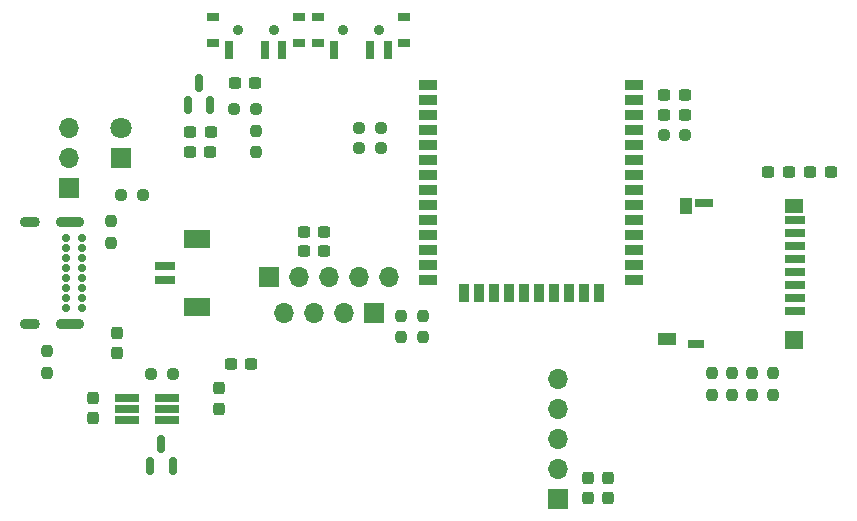
<source format=gbr>
%TF.GenerationSoftware,KiCad,Pcbnew,7.0.2-1.fc38*%
%TF.CreationDate,2023-06-09T15:19:37+02:00*%
%TF.ProjectId,gps_compass,6770735f-636f-46d7-9061-73732e6b6963,rev?*%
%TF.SameCoordinates,Original*%
%TF.FileFunction,Soldermask,Bot*%
%TF.FilePolarity,Negative*%
%FSLAX46Y46*%
G04 Gerber Fmt 4.6, Leading zero omitted, Abs format (unit mm)*
G04 Created by KiCad (PCBNEW 7.0.2-1.fc38) date 2023-06-09 15:19:37*
%MOMM*%
%LPD*%
G01*
G04 APERTURE LIST*
G04 Aperture macros list*
%AMRoundRect*
0 Rectangle with rounded corners*
0 $1 Rounding radius*
0 $2 $3 $4 $5 $6 $7 $8 $9 X,Y pos of 4 corners*
0 Add a 4 corners polygon primitive as box body*
4,1,4,$2,$3,$4,$5,$6,$7,$8,$9,$2,$3,0*
0 Add four circle primitives for the rounded corners*
1,1,$1+$1,$2,$3*
1,1,$1+$1,$4,$5*
1,1,$1+$1,$6,$7*
1,1,$1+$1,$8,$9*
0 Add four rect primitives between the rounded corners*
20,1,$1+$1,$2,$3,$4,$5,0*
20,1,$1+$1,$4,$5,$6,$7,0*
20,1,$1+$1,$6,$7,$8,$9,0*
20,1,$1+$1,$8,$9,$2,$3,0*%
G04 Aperture macros list end*
%ADD10R,1.000000X0.800000*%
%ADD11C,0.900000*%
%ADD12R,0.700000X1.500000*%
%ADD13RoundRect,0.237500X0.237500X-0.250000X0.237500X0.250000X-0.237500X0.250000X-0.237500X-0.250000X0*%
%ADD14R,1.700000X1.700000*%
%ADD15O,1.700000X1.700000*%
%ADD16RoundRect,0.237500X0.250000X0.237500X-0.250000X0.237500X-0.250000X-0.237500X0.250000X-0.237500X0*%
%ADD17R,1.800000X0.700000*%
%ADD18R,2.200000X1.600000*%
%ADD19R,2.000000X0.650000*%
%ADD20RoundRect,0.237500X-0.300000X-0.237500X0.300000X-0.237500X0.300000X0.237500X-0.300000X0.237500X0*%
%ADD21RoundRect,0.237500X-0.237500X0.250000X-0.237500X-0.250000X0.237500X-0.250000X0.237500X0.250000X0*%
%ADD22RoundRect,0.237500X0.300000X0.237500X-0.300000X0.237500X-0.300000X-0.237500X0.300000X-0.237500X0*%
%ADD23RoundRect,0.237500X-0.237500X0.300000X-0.237500X-0.300000X0.237500X-0.300000X0.237500X0.300000X0*%
%ADD24RoundRect,0.150000X0.150000X-0.587500X0.150000X0.587500X-0.150000X0.587500X-0.150000X-0.587500X0*%
%ADD25RoundRect,0.237500X-0.250000X-0.237500X0.250000X-0.237500X0.250000X0.237500X-0.250000X0.237500X0*%
%ADD26RoundRect,0.237500X0.237500X-0.287500X0.237500X0.287500X-0.237500X0.287500X-0.237500X-0.287500X0*%
%ADD27RoundRect,0.237500X-0.237500X0.287500X-0.237500X-0.287500X0.237500X-0.287500X0.237500X0.287500X0*%
%ADD28R,1.750000X0.700000*%
%ADD29R,1.000000X1.450000*%
%ADD30R,1.550000X1.000000*%
%ADD31R,1.500000X0.800000*%
%ADD32R,1.500000X1.300000*%
%ADD33R,1.500000X1.500000*%
%ADD34R,1.400000X0.800000*%
%ADD35R,1.500000X0.900000*%
%ADD36R,0.900000X1.500000*%
%ADD37O,2.400000X0.900000*%
%ADD38O,1.700000X0.900000*%
%ADD39C,0.700000*%
%ADD40C,1.800000*%
%ADD41R,1.800000X1.800000*%
G04 APERTURE END LIST*
D10*
%TO.C,MAIN*%
X80400000Y-41270000D03*
X80400000Y-43480000D03*
D11*
X82550000Y-42370000D03*
X85550000Y-42370000D03*
D10*
X87700000Y-41270000D03*
X87700000Y-43480000D03*
D12*
X81800000Y-44130000D03*
X84800000Y-44130000D03*
X86300000Y-44130000D03*
%TD*%
D13*
%TO.C,R8*%
X71800000Y-60412500D03*
X71800000Y-58587500D03*
%TD*%
D14*
%TO.C,GY-271*%
X109600000Y-82080000D03*
D15*
X109600000Y-79540000D03*
X109600000Y-77000000D03*
X109600000Y-74460000D03*
X109600000Y-71920000D03*
%TD*%
D14*
%TO.C,LCD*%
X85200000Y-63350000D03*
D15*
X87740000Y-63350000D03*
X90280000Y-63350000D03*
X92820000Y-63350000D03*
X95360000Y-63350000D03*
%TD*%
D14*
%TO.C,Oled*%
X94050000Y-66350000D03*
D15*
X91510000Y-66350000D03*
X88970000Y-66350000D03*
X86430000Y-66350000D03*
%TD*%
D16*
%TO.C,R5*%
X120402500Y-51290000D03*
X118577500Y-51290000D03*
%TD*%
%TO.C,R3*%
X77012500Y-71500000D03*
X75187500Y-71500000D03*
%TD*%
D17*
%TO.C,BT1*%
X76370000Y-62365000D03*
X76370000Y-63615000D03*
D18*
X79070000Y-60115000D03*
X79070000Y-65865000D03*
%TD*%
D19*
%TO.C,U3*%
X76520000Y-75460000D03*
X76520000Y-74510000D03*
X76520000Y-73560000D03*
X73100000Y-73560000D03*
X73100000Y-74510000D03*
X73100000Y-75460000D03*
%TD*%
D20*
%TO.C,C5*%
X82287500Y-46900000D03*
X84012500Y-46900000D03*
%TD*%
D21*
%TO.C,R10*%
X84050000Y-50925000D03*
X84050000Y-52750000D03*
%TD*%
D13*
%TO.C,R12*%
X127800000Y-73312500D03*
X127800000Y-71487500D03*
%TD*%
D20*
%TO.C,C16*%
X130987500Y-54400000D03*
X132712500Y-54400000D03*
%TD*%
D13*
%TO.C,R13*%
X124350000Y-73312500D03*
X124350000Y-71487500D03*
%TD*%
D22*
%TO.C,C19*%
X129162500Y-54400000D03*
X127437500Y-54400000D03*
%TD*%
D23*
%TO.C,C2*%
X70300000Y-73537500D03*
X70300000Y-75262500D03*
%TD*%
D24*
%TO.C,Q1*%
X76050000Y-77462500D03*
X75100000Y-79337500D03*
X77000000Y-79337500D03*
%TD*%
D25*
%TO.C,R6*%
X72637500Y-56400000D03*
X74462500Y-56400000D03*
%TD*%
D20*
%TO.C,C1*%
X81937500Y-70700000D03*
X83662500Y-70700000D03*
%TD*%
D26*
%TO.C,D1*%
X72300000Y-69775000D03*
X72300000Y-68025000D03*
%TD*%
D16*
%TO.C,R15*%
X94612500Y-50745000D03*
X92787500Y-50745000D03*
%TD*%
D20*
%TO.C,C6*%
X80200000Y-52700000D03*
X78475000Y-52700000D03*
%TD*%
%TO.C,C18*%
X118627500Y-47880000D03*
X120352500Y-47880000D03*
%TD*%
D23*
%TO.C,C11*%
X112200000Y-80337500D03*
X112200000Y-82062500D03*
%TD*%
D25*
%TO.C,R9*%
X82237500Y-49100000D03*
X84062500Y-49100000D03*
%TD*%
D20*
%TO.C,C17*%
X118627500Y-49580000D03*
X120352500Y-49580000D03*
%TD*%
D10*
%TO.C,ESP*%
X89300000Y-41270000D03*
X89300000Y-43480000D03*
D11*
X91450000Y-42370000D03*
X94450000Y-42370000D03*
D10*
X96600000Y-41270000D03*
X96600000Y-43480000D03*
D12*
X90700000Y-44130000D03*
X93700000Y-44130000D03*
X95200000Y-44130000D03*
%TD*%
D27*
%TO.C,D2*%
X80950000Y-72725000D03*
X80950000Y-74475000D03*
%TD*%
D23*
%TO.C,C10*%
X113900000Y-80337500D03*
X113900000Y-82062500D03*
%TD*%
D13*
%TO.C,R14*%
X122650000Y-73312500D03*
X122650000Y-71487500D03*
%TD*%
D16*
%TO.C,R16*%
X94612500Y-52400000D03*
X92787500Y-52400000D03*
%TD*%
D22*
%TO.C,C15*%
X89812500Y-59500000D03*
X88087500Y-59500000D03*
%TD*%
D28*
%TO.C,microsd*%
X129700000Y-66175000D03*
X129700000Y-65075000D03*
X129700000Y-63975000D03*
X129700000Y-62875000D03*
X129700000Y-61775000D03*
X129700000Y-60675000D03*
X129700000Y-59575000D03*
X129700000Y-58475000D03*
D29*
X120475000Y-57350000D03*
D30*
X118900000Y-68575000D03*
D31*
X121975000Y-57025000D03*
D32*
X129575000Y-57275000D03*
D33*
X129575000Y-68625000D03*
D34*
X121325000Y-68975000D03*
%TD*%
D35*
%TO.C,ESP32-S*%
X116100000Y-47050000D03*
X116100000Y-48320000D03*
X116100000Y-49590000D03*
X116100000Y-50860000D03*
X116100000Y-52130000D03*
X116100000Y-53400000D03*
X116100000Y-54670000D03*
X116100000Y-55940000D03*
X116100000Y-57210000D03*
X116100000Y-58480000D03*
X116100000Y-59750000D03*
X116100000Y-61020000D03*
X116100000Y-62290000D03*
X116100000Y-63560000D03*
D36*
X113065000Y-64655000D03*
X111795000Y-64655000D03*
X110525000Y-64655000D03*
X109255000Y-64655000D03*
X107985000Y-64655000D03*
X106715000Y-64655000D03*
X105445000Y-64655000D03*
X104175000Y-64655000D03*
X102905000Y-64655000D03*
X101635000Y-64655000D03*
D35*
X98600000Y-63560000D03*
X98600000Y-62290000D03*
X98600000Y-61020000D03*
X98600000Y-59750000D03*
X98600000Y-58480000D03*
X98600000Y-57210000D03*
X98600000Y-55940000D03*
X98600000Y-54670000D03*
X98600000Y-53400000D03*
X98600000Y-52130000D03*
X98600000Y-50860000D03*
X98600000Y-49590000D03*
X98600000Y-48320000D03*
X98600000Y-47050000D03*
%TD*%
D21*
%TO.C,R7*%
X66400000Y-69587500D03*
X66400000Y-71412500D03*
%TD*%
D14*
%TO.C,Serial*%
X68250000Y-55800000D03*
D15*
X68250000Y-53260000D03*
X68250000Y-50720000D03*
%TD*%
D21*
%TO.C,R2*%
X96300000Y-66587500D03*
X96300000Y-68412500D03*
%TD*%
D22*
%TO.C,C14*%
X89812500Y-61100000D03*
X88087500Y-61100000D03*
%TD*%
D37*
%TO.C,J1*%
X68345000Y-67325000D03*
D38*
X64965000Y-67325000D03*
D37*
X68345000Y-58675000D03*
D38*
X64965000Y-58675000D03*
D39*
X67975000Y-60025000D03*
X67975000Y-60875000D03*
X67975000Y-61725000D03*
X67975000Y-62575000D03*
X67975000Y-63425000D03*
X67975000Y-64275000D03*
X67975000Y-65125000D03*
X67975000Y-65975000D03*
X69325000Y-65975000D03*
X69325000Y-65125000D03*
X69325000Y-64275000D03*
X69325000Y-63425000D03*
X69325000Y-62575000D03*
X69325000Y-61725000D03*
X69325000Y-60875000D03*
X69325000Y-60025000D03*
%TD*%
D24*
%TO.C,U1*%
X80187500Y-48787500D03*
X78287500Y-48787500D03*
X79237500Y-46912500D03*
%TD*%
D21*
%TO.C,R1*%
X98200000Y-66587500D03*
X98200000Y-68412500D03*
%TD*%
D40*
%TO.C,LED*%
X72600000Y-50685000D03*
D41*
X72600000Y-53225000D03*
%TD*%
D13*
%TO.C,R11*%
X126070000Y-73312500D03*
X126070000Y-71487500D03*
%TD*%
D20*
%TO.C,C7*%
X80210000Y-51040000D03*
X78485000Y-51040000D03*
%TD*%
M02*

</source>
